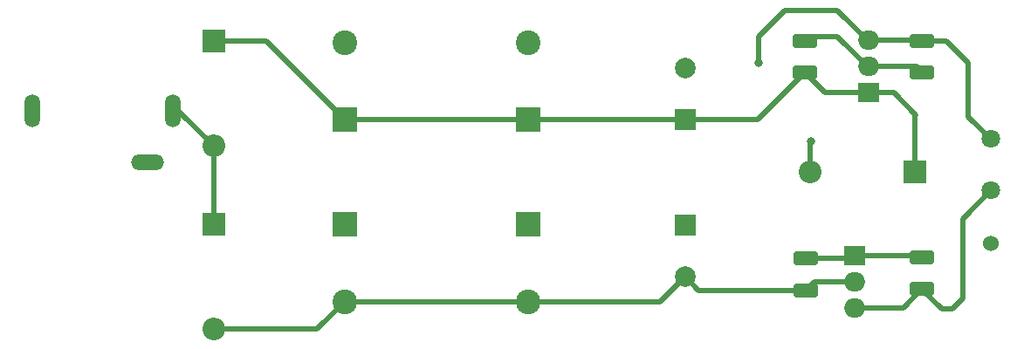
<source format=gbr>
%TF.GenerationSoftware,KiCad,Pcbnew,7.0.7-7.0.7~ubuntu22.04.1*%
%TF.CreationDate,2023-10-27T18:02:48-05:00*%
%TF.ProjectId,PSU,5053552e-6b69-4636-9164-5f7063625858,V1.0*%
%TF.SameCoordinates,Original*%
%TF.FileFunction,Copper,L1,Top*%
%TF.FilePolarity,Positive*%
%FSLAX46Y46*%
G04 Gerber Fmt 4.6, Leading zero omitted, Abs format (unit mm)*
G04 Created by KiCad (PCBNEW 7.0.7-7.0.7~ubuntu22.04.1) date 2023-10-27 18:02:48*
%MOMM*%
%LPD*%
G01*
G04 APERTURE LIST*
G04 Aperture macros list*
%AMRoundRect*
0 Rectangle with rounded corners*
0 $1 Rounding radius*
0 $2 $3 $4 $5 $6 $7 $8 $9 X,Y pos of 4 corners*
0 Add a 4 corners polygon primitive as box body*
4,1,4,$2,$3,$4,$5,$6,$7,$8,$9,$2,$3,0*
0 Add four circle primitives for the rounded corners*
1,1,$1+$1,$2,$3*
1,1,$1+$1,$4,$5*
1,1,$1+$1,$6,$7*
1,1,$1+$1,$8,$9*
0 Add four rect primitives between the rounded corners*
20,1,$1+$1,$2,$3,$4,$5,0*
20,1,$1+$1,$4,$5,$6,$7,0*
20,1,$1+$1,$6,$7,$8,$9,0*
20,1,$1+$1,$8,$9,$2,$3,0*%
G04 Aperture macros list end*
%TA.AperFunction,ComponentPad*%
%ADD10C,1.524000*%
%TD*%
%TA.AperFunction,ComponentPad*%
%ADD11C,1.803400*%
%TD*%
%TA.AperFunction,ComponentPad*%
%ADD12R,2.000000X1.905000*%
%TD*%
%TA.AperFunction,ComponentPad*%
%ADD13O,2.000000X1.905000*%
%TD*%
%TA.AperFunction,ComponentPad*%
%ADD14R,2.000000X2.000000*%
%TD*%
%TA.AperFunction,ComponentPad*%
%ADD15C,2.000000*%
%TD*%
%TA.AperFunction,SMDPad,CuDef*%
%ADD16RoundRect,0.250000X-0.925000X0.412500X-0.925000X-0.412500X0.925000X-0.412500X0.925000X0.412500X0*%
%TD*%
%TA.AperFunction,ComponentPad*%
%ADD17R,2.400000X2.400000*%
%TD*%
%TA.AperFunction,ComponentPad*%
%ADD18C,2.400000*%
%TD*%
%TA.AperFunction,ComponentPad*%
%ADD19R,2.200000X2.200000*%
%TD*%
%TA.AperFunction,ComponentPad*%
%ADD20O,2.200000X2.200000*%
%TD*%
%TA.AperFunction,ComponentPad*%
%ADD21O,1.500000X3.200000*%
%TD*%
%TA.AperFunction,ComponentPad*%
%ADD22O,3.200000X1.500000*%
%TD*%
%TA.AperFunction,SMDPad,CuDef*%
%ADD23RoundRect,0.250000X0.925000X-0.412500X0.925000X0.412500X-0.925000X0.412500X-0.925000X-0.412500X0*%
%TD*%
%TA.AperFunction,ViaPad*%
%ADD24C,0.800000*%
%TD*%
%TA.AperFunction,Conductor*%
%ADD25C,0.500000*%
%TD*%
G04 APERTURE END LIST*
D10*
%TO.P,J2,3*%
%TO.N,GND*%
X197289553Y-108448601D03*
D11*
%TO.P,J2,1,1*%
%TO.N,+12V*%
X197289553Y-98288601D03*
%TO.P,J2,2,2*%
%TO.N,-12V*%
X197289553Y-103288601D03*
%TD*%
D12*
%TO.P,U2,1,GND*%
%TO.N,GND*%
X184100373Y-109590025D03*
D13*
%TO.P,U2,2,VI*%
%TO.N,Net-(D3-A)*%
X184100373Y-112130025D03*
%TO.P,U2,3,VO*%
%TO.N,-12V*%
X184100373Y-114670025D03*
%TD*%
D14*
%TO.P,C6,1*%
%TO.N,Net-(D1-K)*%
X167640000Y-96440000D03*
D15*
%TO.P,C6,2*%
%TO.N,GND*%
X167640000Y-91440000D03*
%TD*%
D14*
%TO.P,C5,1*%
%TO.N,GND*%
X167640000Y-106680000D03*
D15*
%TO.P,C5,2*%
%TO.N,Net-(D3-A)*%
X167640000Y-111680000D03*
%TD*%
D16*
%TO.P,C10,1*%
%TO.N,+12V*%
X190641402Y-88755818D03*
%TO.P,C10,2*%
%TO.N,GND*%
X190641402Y-91830818D03*
%TD*%
%TO.P,C7,1*%
%TO.N,GND*%
X179371029Y-109902702D03*
%TO.P,C7,2*%
%TO.N,Net-(D3-A)*%
X179371029Y-112977702D03*
%TD*%
D17*
%TO.P,C4,1*%
%TO.N,GND*%
X152400000Y-106600000D03*
D18*
%TO.P,C4,2*%
%TO.N,Net-(D3-A)*%
X152400000Y-114100000D03*
%TD*%
D16*
%TO.P,C8,1*%
%TO.N,GND*%
X190641402Y-109767567D03*
%TO.P,C8,2*%
%TO.N,-12V*%
X190641402Y-112842567D03*
%TD*%
D19*
%TO.P,D1,1,K*%
%TO.N,Net-(D1-K)*%
X189950721Y-101520000D03*
D20*
%TO.P,D1,2,A*%
%TO.N,+12V*%
X179790721Y-101520000D03*
%TD*%
D21*
%TO.P,J1,6*%
%TO.N,Net-(D2-A)*%
X117943600Y-95514483D03*
%TO.N,GND*%
X104316122Y-95513631D03*
D22*
%TO.P,J1,7*%
%TO.N,N/C*%
X115473355Y-100575055D03*
%TD*%
D17*
%TO.P,C2,1*%
%TO.N,Net-(D1-K)*%
X152400000Y-96440000D03*
D18*
%TO.P,C2,2*%
%TO.N,GND*%
X152400000Y-88940000D03*
%TD*%
D17*
%TO.P,C3,1*%
%TO.N,GND*%
X134620000Y-106600000D03*
D18*
%TO.P,C3,2*%
%TO.N,Net-(D3-A)*%
X134620000Y-114100000D03*
%TD*%
D17*
%TO.P,C1,1*%
%TO.N,Net-(D1-K)*%
X134620000Y-96440000D03*
D18*
%TO.P,C1,2*%
%TO.N,GND*%
X134620000Y-88940000D03*
%TD*%
D12*
%TO.P,LM7812,1,IN*%
%TO.N,Net-(D1-K)*%
X185420000Y-93809770D03*
D13*
%TO.P,LM7812,2,GND*%
%TO.N,GND*%
X185420000Y-91269770D03*
%TO.P,LM7812,3,OUT*%
%TO.N,+12V*%
X185420000Y-88729770D03*
%TD*%
D19*
%TO.P,D2,1,K*%
%TO.N,Net-(D1-K)*%
X121920000Y-88820000D03*
D20*
%TO.P,D2,2,A*%
%TO.N,Net-(D2-A)*%
X121920000Y-98980000D03*
%TD*%
D23*
%TO.P,C9,1*%
%TO.N,Net-(D1-K)*%
X179291379Y-91854981D03*
%TO.P,C9,2*%
%TO.N,GND*%
X179291379Y-88779981D03*
%TD*%
D19*
%TO.P,D3,1,K*%
%TO.N,Net-(D2-A)*%
X121920000Y-106600000D03*
D20*
%TO.P,D3,2,A*%
%TO.N,Net-(D3-A)*%
X121920000Y-116760000D03*
%TD*%
D24*
%TO.N,+12V*%
X179832000Y-98552000D03*
X174752000Y-90932000D03*
%TD*%
D25*
%TO.N,-12V*%
X190641402Y-112842567D02*
X190641402Y-112917402D01*
X194564000Y-113792000D02*
X194564000Y-106014154D01*
X190641402Y-112917402D02*
X192532000Y-114808000D01*
X192532000Y-114808000D02*
X193548000Y-114808000D01*
X193548000Y-114808000D02*
X194564000Y-113792000D01*
X194564000Y-106014154D02*
X197289553Y-103288601D01*
%TO.N,+12V*%
X174752000Y-90932000D02*
X174752000Y-88396729D01*
X174752000Y-88396729D02*
X177330927Y-85817802D01*
X177330927Y-85817802D02*
X182410927Y-85817802D01*
X182410927Y-85817802D02*
X185322895Y-88729770D01*
X185322895Y-88729770D02*
X185420000Y-88729770D01*
X179790721Y-101520000D02*
X179790721Y-98593279D01*
X179790721Y-98593279D02*
X179832000Y-98552000D01*
%TO.N,Net-(D1-K)*%
X189950721Y-96058008D02*
X189950721Y-101520000D01*
X167640000Y-96440000D02*
X174706360Y-96440000D01*
X134620000Y-96440000D02*
X152400000Y-96440000D01*
X181246168Y-93809770D02*
X185420000Y-93809770D01*
X185420000Y-93809770D02*
X187862895Y-93809770D01*
X190030927Y-95977802D02*
X189950721Y-96058008D01*
X127000000Y-88820000D02*
X134620000Y-96440000D01*
X179291379Y-91854981D02*
X181246168Y-93809770D01*
X121920000Y-88820000D02*
X127000000Y-88820000D01*
X187862895Y-93809770D02*
X190030927Y-95977802D01*
X152400000Y-96440000D02*
X167640000Y-96440000D01*
X174706360Y-96440000D02*
X179291379Y-91854981D01*
%TO.N,GND*%
X179291379Y-88779981D02*
X179713558Y-88357802D01*
X190080354Y-91269770D02*
X185420000Y-91269770D01*
X190641402Y-109767567D02*
X190463860Y-109590025D01*
X179713558Y-88357802D02*
X182410927Y-88357802D01*
X182410927Y-88357802D02*
X185322895Y-91269770D01*
X190463860Y-109590025D02*
X184100373Y-109590025D01*
X183787696Y-109902702D02*
X184100373Y-109590025D01*
X185322895Y-91269770D02*
X185420000Y-91269770D01*
X190641402Y-91830818D02*
X190080354Y-91269770D01*
X179371029Y-109902702D02*
X183787696Y-109902702D01*
%TO.N,Net-(D3-A)*%
X180218706Y-112130025D02*
X184100373Y-112130025D01*
X152400000Y-114100000D02*
X165220000Y-114100000D01*
X167640000Y-111680000D02*
X168937702Y-112977702D01*
X165220000Y-114100000D02*
X167640000Y-111680000D01*
X168937702Y-112977702D02*
X179371029Y-112977702D01*
X131960000Y-116760000D02*
X134620000Y-114100000D01*
X121920000Y-116760000D02*
X131960000Y-116760000D01*
X134620000Y-114100000D02*
X152400000Y-114100000D01*
X179371029Y-112977702D02*
X180218706Y-112130025D01*
%TO.N,-12V*%
X188813944Y-114670025D02*
X190641402Y-112842567D01*
X184100373Y-114670025D02*
X188813944Y-114670025D01*
%TO.N,+12V*%
X190641402Y-88755818D02*
X192968943Y-88755818D01*
X185420000Y-88729770D02*
X190615354Y-88729770D01*
X192968943Y-88755818D02*
X195110927Y-90897802D01*
X190615354Y-88729770D02*
X190641402Y-88755818D01*
X195110927Y-90897802D02*
X195110927Y-96109975D01*
X195110927Y-96109975D02*
X197289553Y-98288601D01*
%TO.N,Net-(D2-A)*%
X121920000Y-98980000D02*
X121920000Y-106600000D01*
X117943600Y-95514483D02*
X118454483Y-95514483D01*
X118454483Y-95514483D02*
X121920000Y-98980000D01*
%TD*%
M02*

</source>
